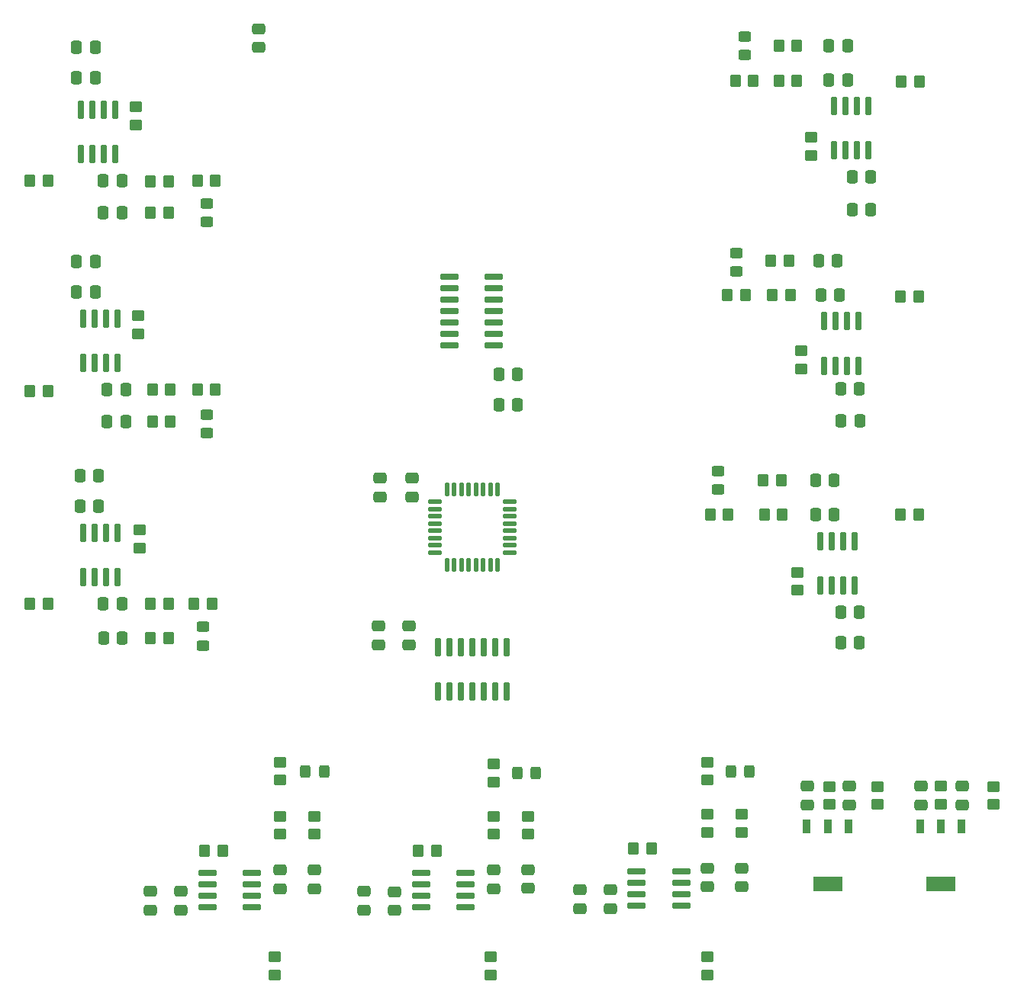
<source format=gbr>
%TF.GenerationSoftware,KiCad,Pcbnew,(6.0.5)*%
%TF.CreationDate,2023-11-04T00:18:56-05:00*%
%TF.ProjectId,ECE395_Digital_Target,45434533-3935-45f4-9469-676974616c5f,rev?*%
%TF.SameCoordinates,Original*%
%TF.FileFunction,Paste,Top*%
%TF.FilePolarity,Positive*%
%FSLAX46Y46*%
G04 Gerber Fmt 4.6, Leading zero omitted, Abs format (unit mm)*
G04 Created by KiCad (PCBNEW (6.0.5)) date 2023-11-04 00:18:56*
%MOMM*%
%LPD*%
G01*
G04 APERTURE LIST*
G04 Aperture macros list*
%AMRoundRect*
0 Rectangle with rounded corners*
0 $1 Rounding radius*
0 $2 $3 $4 $5 $6 $7 $8 $9 X,Y pos of 4 corners*
0 Add a 4 corners polygon primitive as box body*
4,1,4,$2,$3,$4,$5,$6,$7,$8,$9,$2,$3,0*
0 Add four circle primitives for the rounded corners*
1,1,$1+$1,$2,$3*
1,1,$1+$1,$4,$5*
1,1,$1+$1,$6,$7*
1,1,$1+$1,$8,$9*
0 Add four rect primitives between the rounded corners*
20,1,$1+$1,$2,$3,$4,$5,0*
20,1,$1+$1,$4,$5,$6,$7,0*
20,1,$1+$1,$6,$7,$8,$9,0*
20,1,$1+$1,$8,$9,$2,$3,0*%
G04 Aperture macros list end*
%ADD10RoundRect,0.250000X0.337500X0.475000X-0.337500X0.475000X-0.337500X-0.475000X0.337500X-0.475000X0*%
%ADD11RoundRect,0.250000X0.475000X-0.337500X0.475000X0.337500X-0.475000X0.337500X-0.475000X-0.337500X0*%
%ADD12RoundRect,0.250000X-0.450000X0.325000X-0.450000X-0.325000X0.450000X-0.325000X0.450000X0.325000X0*%
%ADD13RoundRect,0.250000X-0.337500X-0.475000X0.337500X-0.475000X0.337500X0.475000X-0.337500X0.475000X0*%
%ADD14RoundRect,0.042000X0.943000X0.258000X-0.943000X0.258000X-0.943000X-0.258000X0.943000X-0.258000X0*%
%ADD15RoundRect,0.042000X-0.258000X0.943000X-0.258000X-0.943000X0.258000X-0.943000X0.258000X0.943000X0*%
%ADD16RoundRect,0.250000X-0.350000X-0.450000X0.350000X-0.450000X0.350000X0.450000X-0.350000X0.450000X0*%
%ADD17RoundRect,0.090000X-0.895000X-0.210000X0.895000X-0.210000X0.895000X0.210000X-0.895000X0.210000X0*%
%ADD18RoundRect,0.250000X0.450000X-0.350000X0.450000X0.350000X-0.450000X0.350000X-0.450000X-0.350000X0*%
%ADD19RoundRect,0.250000X0.350000X0.450000X-0.350000X0.450000X-0.350000X-0.450000X0.350000X-0.450000X0*%
%ADD20RoundRect,0.250000X-0.450000X0.350000X-0.450000X-0.350000X0.450000X-0.350000X0.450000X0.350000X0*%
%ADD21R,0.914400X1.600200*%
%ADD22RoundRect,0.090000X0.210000X-0.895000X0.210000X0.895000X-0.210000X0.895000X-0.210000X-0.895000X0*%
%ADD23RoundRect,0.250000X0.325000X0.450000X-0.325000X0.450000X-0.325000X-0.450000X0.325000X-0.450000X0*%
%ADD24RoundRect,0.125000X0.625000X0.125000X-0.625000X0.125000X-0.625000X-0.125000X0.625000X-0.125000X0*%
%ADD25RoundRect,0.125000X0.125000X0.625000X-0.125000X0.625000X-0.125000X-0.625000X0.125000X-0.625000X0*%
%ADD26RoundRect,0.250000X-0.475000X0.337500X-0.475000X-0.337500X0.475000X-0.337500X0.475000X0.337500X0*%
%ADD27RoundRect,0.250000X0.450000X-0.325000X0.450000X0.325000X-0.450000X0.325000X-0.450000X-0.325000X0*%
%ADD28RoundRect,0.042000X0.258000X-0.943000X0.258000X0.943000X-0.258000X0.943000X-0.258000X-0.943000X0*%
G04 APERTURE END LIST*
%TO.C,CR2*%
G36*
X162000200Y-131200500D02*
G01*
X158799800Y-131200500D01*
X158799800Y-129600300D01*
X162000200Y-129600300D01*
X162000200Y-131200500D01*
G37*
%TO.C,CR1*%
G36*
X149428700Y-131187800D02*
G01*
X146228300Y-131187800D01*
X146228300Y-129587600D01*
X149428700Y-129587600D01*
X149428700Y-131187800D01*
G37*
%TD*%
D10*
%TO.C,C206*%
X151337500Y-103600000D03*
X149262500Y-103600000D03*
%TD*%
D11*
%TO.C,10uF4*%
X162800000Y-121637500D03*
X162800000Y-119562500D03*
%TD*%
D12*
%TO.C,D6*%
X135700000Y-84575000D03*
X135700000Y-86625000D03*
%TD*%
D13*
%TO.C,C234*%
X150037500Y-41100000D03*
X147962500Y-41100000D03*
%TD*%
D10*
%TO.C,C232*%
X69937500Y-75500000D03*
X67862500Y-75500000D03*
%TD*%
D14*
%TO.C,OP9*%
X126630000Y-132805000D03*
X126630000Y-131535000D03*
X126630000Y-130265000D03*
X126630000Y-128995000D03*
X131570000Y-128995000D03*
X131570000Y-130265000D03*
X131570000Y-131535000D03*
X131570000Y-132805000D03*
%TD*%
D15*
%TO.C,OP4*%
X152305000Y-48970000D03*
X151035000Y-48970000D03*
X149765000Y-48970000D03*
X148495000Y-48970000D03*
X148495000Y-44030000D03*
X149765000Y-44030000D03*
X151035000Y-44030000D03*
X152305000Y-44030000D03*
%TD*%
%TO.C,OP6*%
X150805000Y-92330000D03*
X149535000Y-92330000D03*
X148265000Y-92330000D03*
X146995000Y-92330000D03*
X146995000Y-97270000D03*
X148265000Y-97270000D03*
X149535000Y-97270000D03*
X150805000Y-97270000D03*
%TD*%
D13*
%TO.C,C212*%
X64462500Y-64700000D03*
X66537500Y-64700000D03*
%TD*%
D11*
%TO.C,10uF1*%
X145600000Y-121637500D03*
X145600000Y-119562500D03*
%TD*%
D13*
%TO.C,C235*%
X147062500Y-65000000D03*
X149137500Y-65000000D03*
%TD*%
D16*
%TO.C,R4*%
X137600000Y-41200000D03*
X139600000Y-41200000D03*
%TD*%
D11*
%TO.C,C218*%
X99800000Y-133375000D03*
X99800000Y-131300000D03*
%TD*%
D17*
%TO.C,NOT1*%
X105825000Y-62990000D03*
X105825000Y-64260000D03*
X105825000Y-65530000D03*
X105825000Y-66800000D03*
X105825000Y-68070000D03*
X105825000Y-69340000D03*
X105825000Y-70610000D03*
X110775000Y-70610000D03*
X110775000Y-69340000D03*
X110775000Y-68070000D03*
X110775000Y-66800000D03*
X110775000Y-65530000D03*
X110775000Y-64260000D03*
X110775000Y-62990000D03*
%TD*%
D10*
%TO.C,C205*%
X151375000Y-79000000D03*
X149300000Y-79000000D03*
%TD*%
D18*
%TO.C,R22*%
X71300000Y-69300000D03*
X71300000Y-67300000D03*
%TD*%
D19*
%TO.C,R35*%
X157900000Y-65200000D03*
X155900000Y-65200000D03*
%TD*%
%TO.C,R29*%
X126300000Y-126500000D03*
X128300000Y-126500000D03*
%TD*%
D16*
%TO.C,R11*%
X72700000Y-52380000D03*
X74700000Y-52380000D03*
%TD*%
D10*
%TO.C,C215*%
X151337500Y-75400000D03*
X149262500Y-75400000D03*
%TD*%
%TO.C,C204*%
X150562500Y-55500000D03*
X152637500Y-55500000D03*
%TD*%
D16*
%TO.C,R33*%
X59300000Y-99300000D03*
X61300000Y-99300000D03*
%TD*%
D11*
%TO.C,C241*%
X98000000Y-103837500D03*
X98000000Y-101762500D03*
%TD*%
D18*
%TO.C,R21*%
X71100000Y-46100000D03*
X71100000Y-44100000D03*
%TD*%
D20*
%TO.C,R24*%
X146000000Y-49500000D03*
X146000000Y-47500000D03*
%TD*%
D16*
%TO.C,R5*%
X136700000Y-65000000D03*
X138700000Y-65000000D03*
%TD*%
D20*
%TO.C,R25*%
X144900000Y-71200000D03*
X144900000Y-73200000D03*
%TD*%
D13*
%TO.C,C203*%
X64862500Y-85100000D03*
X66937500Y-85100000D03*
%TD*%
D16*
%TO.C,R13*%
X72700000Y-99300000D03*
X74700000Y-99300000D03*
%TD*%
D14*
%TO.C,OP8*%
X102730000Y-133005000D03*
X102730000Y-131735000D03*
X102730000Y-130465000D03*
X102730000Y-129195000D03*
X107670000Y-129195000D03*
X107670000Y-130465000D03*
X107670000Y-131735000D03*
X107670000Y-133005000D03*
%TD*%
D21*
%TO.C,CR2*%
X162700000Y-123999600D03*
X160400000Y-123999600D03*
X158100000Y-123999600D03*
%TD*%
D13*
%TO.C,C225*%
X146825000Y-61200000D03*
X148900000Y-61200000D03*
%TD*%
D10*
%TO.C,C214*%
X150562500Y-51900000D03*
X152637500Y-51900000D03*
%TD*%
%TO.C,C233*%
X69537500Y-99300000D03*
X67462500Y-99300000D03*
%TD*%
D18*
%TO.C,R101*%
X160400000Y-121550000D03*
X160400000Y-119550000D03*
%TD*%
D11*
%TO.C,C217*%
X76100000Y-131262500D03*
X76100000Y-133337500D03*
%TD*%
%TO.C,C208*%
X96400000Y-133337500D03*
X96400000Y-131262500D03*
%TD*%
D13*
%TO.C,C211*%
X64462500Y-40900000D03*
X66537500Y-40900000D03*
%TD*%
D18*
%TO.C,R9*%
X134500000Y-116900000D03*
X134500000Y-118900000D03*
%TD*%
D13*
%TO.C,C224*%
X150037500Y-37300000D03*
X147962500Y-37300000D03*
%TD*%
D18*
%TO.C,R49*%
X138300000Y-122700000D03*
X138300000Y-124700000D03*
%TD*%
D13*
%TO.C,C202*%
X64462500Y-61300000D03*
X66537500Y-61300000D03*
%TD*%
D21*
%TO.C,CR1*%
X150128500Y-123986900D03*
X147828500Y-123986900D03*
X145528500Y-123986900D03*
%TD*%
D13*
%TO.C,C236*%
X146462500Y-89400000D03*
X148537500Y-89400000D03*
%TD*%
D11*
%TO.C,C207*%
X72700000Y-131262500D03*
X72700000Y-133337500D03*
%TD*%
D16*
%TO.C,R42*%
X72900000Y-79100000D03*
X74900000Y-79100000D03*
%TD*%
D18*
%TO.C,R18*%
X110800000Y-124900000D03*
X110800000Y-122900000D03*
%TD*%
D11*
%TO.C,C300*%
X84700000Y-37537500D03*
X84700000Y-35462500D03*
%TD*%
D19*
%TO.C,R27*%
X78700000Y-126700000D03*
X80700000Y-126700000D03*
%TD*%
D12*
%TO.C,D5*%
X137700000Y-60375000D03*
X137700000Y-62425000D03*
%TD*%
D10*
%TO.C,C223*%
X69575000Y-103100000D03*
X67500000Y-103100000D03*
%TD*%
D22*
%TO.C,NOT2*%
X104590000Y-109075000D03*
X105860000Y-109075000D03*
X107130000Y-109075000D03*
X108400000Y-109075000D03*
X109670000Y-109075000D03*
X110940000Y-109075000D03*
X112210000Y-109075000D03*
X112210000Y-104125000D03*
X110940000Y-104125000D03*
X109670000Y-104125000D03*
X108400000Y-104125000D03*
X107130000Y-104125000D03*
X105860000Y-104125000D03*
X104590000Y-104125000D03*
%TD*%
D10*
%TO.C,C216*%
X151337500Y-100200000D03*
X149262500Y-100200000D03*
%TD*%
D16*
%TO.C,R6*%
X136800000Y-89400000D03*
X134800000Y-89400000D03*
%TD*%
D13*
%TO.C,C213*%
X64862500Y-88500000D03*
X66937500Y-88500000D03*
%TD*%
%TO.C,C226*%
X146462500Y-85600000D03*
X148537500Y-85600000D03*
%TD*%
D10*
%TO.C,C221*%
X69537500Y-55900000D03*
X67462500Y-55900000D03*
%TD*%
D19*
%TO.C,R46*%
X142700000Y-85600000D03*
X140700000Y-85600000D03*
%TD*%
D18*
%TO.C,R7*%
X87100000Y-116900000D03*
X87100000Y-118900000D03*
%TD*%
D12*
%TO.C,D4*%
X138600000Y-38325000D03*
X138600000Y-36275000D03*
%TD*%
D14*
%TO.C,OP7*%
X79030000Y-133005000D03*
X79030000Y-131735000D03*
X79030000Y-130465000D03*
X79030000Y-129195000D03*
X83970000Y-129195000D03*
X83970000Y-130465000D03*
X83970000Y-131735000D03*
X83970000Y-133005000D03*
%TD*%
D16*
%TO.C,R43*%
X72700000Y-103100000D03*
X74700000Y-103100000D03*
%TD*%
%TO.C,R14*%
X142400000Y-41200000D03*
X144400000Y-41200000D03*
%TD*%
D23*
%TO.C,D7*%
X89900000Y-117900000D03*
X91950000Y-117900000D03*
%TD*%
D16*
%TO.C,R31*%
X59300000Y-52300000D03*
X61300000Y-52300000D03*
%TD*%
D18*
%TO.C,R48*%
X114600000Y-124900000D03*
X114600000Y-122900000D03*
%TD*%
D24*
%TO.C,U1*%
X112575000Y-93600000D03*
X112575000Y-92800000D03*
X112575000Y-92000000D03*
X112575000Y-91200000D03*
X112575000Y-90400000D03*
X112575000Y-89600000D03*
X112575000Y-88800000D03*
X112575000Y-88000000D03*
D25*
X111200000Y-86625000D03*
X110400000Y-86625000D03*
X109600000Y-86625000D03*
X108800000Y-86625000D03*
X108000000Y-86625000D03*
X107200000Y-86625000D03*
X106400000Y-86625000D03*
X105600000Y-86625000D03*
D24*
X104225000Y-88000000D03*
X104225000Y-88800000D03*
X104225000Y-89600000D03*
X104225000Y-90400000D03*
X104225000Y-91200000D03*
X104225000Y-92000000D03*
X104225000Y-92800000D03*
X104225000Y-93600000D03*
D25*
X105600000Y-94975000D03*
X106400000Y-94975000D03*
X107200000Y-94975000D03*
X108000000Y-94975000D03*
X108800000Y-94975000D03*
X109600000Y-94975000D03*
X110400000Y-94975000D03*
X111200000Y-94975000D03*
%TD*%
D26*
%TO.C,C229*%
X138300000Y-130737500D03*
X138300000Y-128662500D03*
%TD*%
D13*
%TO.C,C250*%
X111325000Y-77200000D03*
X113400000Y-77200000D03*
%TD*%
D11*
%TO.C,C219*%
X123700000Y-131062500D03*
X123700000Y-133137500D03*
%TD*%
D18*
%TO.C,R39*%
X134500000Y-138500000D03*
X134500000Y-140500000D03*
%TD*%
D16*
%TO.C,R16*%
X142800000Y-89400000D03*
X140800000Y-89400000D03*
%TD*%
D13*
%TO.C,C201*%
X64462500Y-37500000D03*
X66537500Y-37500000D03*
%TD*%
D26*
%TO.C,C242*%
X98200000Y-85362500D03*
X98200000Y-87437500D03*
%TD*%
%TO.C,C237*%
X87100000Y-130937500D03*
X87100000Y-128862500D03*
%TD*%
D23*
%TO.C,D9*%
X137075000Y-117900000D03*
X139125000Y-117900000D03*
%TD*%
D16*
%TO.C,R12*%
X72900000Y-75500000D03*
X74900000Y-75500000D03*
%TD*%
%TO.C,R2*%
X77900000Y-75500000D03*
X79900000Y-75500000D03*
%TD*%
D11*
%TO.C,10uF2*%
X158200000Y-121637500D03*
X158200000Y-119562500D03*
%TD*%
D18*
%TO.C,R23*%
X71500000Y-93100000D03*
X71500000Y-91100000D03*
%TD*%
D16*
%TO.C,R1*%
X77900000Y-52300000D03*
X79900000Y-52300000D03*
%TD*%
D18*
%TO.C,R17*%
X87100000Y-122900000D03*
X87100000Y-124900000D03*
%TD*%
D16*
%TO.C,R41*%
X72700000Y-55900000D03*
X74700000Y-55900000D03*
%TD*%
D27*
%TO.C,D2*%
X78900000Y-80325000D03*
X78900000Y-78275000D03*
%TD*%
D26*
%TO.C,C238*%
X110800000Y-128862500D03*
X110800000Y-130937500D03*
%TD*%
D11*
%TO.C,C251*%
X101400000Y-103837500D03*
X101400000Y-101762500D03*
%TD*%
D16*
%TO.C,R3*%
X77500000Y-99300000D03*
X79500000Y-99300000D03*
%TD*%
D10*
%TO.C,C222*%
X69937500Y-79100000D03*
X67862500Y-79100000D03*
%TD*%
D11*
%TO.C,10uF3*%
X150200000Y-121637500D03*
X150200000Y-119562500D03*
%TD*%
D18*
%TO.C,R47*%
X90900000Y-122900000D03*
X90900000Y-124900000D03*
%TD*%
D19*
%TO.C,R44*%
X142400000Y-37300000D03*
X144400000Y-37300000D03*
%TD*%
D28*
%TO.C,OP2*%
X65195000Y-72570000D03*
X66465000Y-72570000D03*
X67735000Y-72570000D03*
X69005000Y-72570000D03*
X69005000Y-67630000D03*
X67735000Y-67630000D03*
X66465000Y-67630000D03*
X65195000Y-67630000D03*
%TD*%
D16*
%TO.C,R32*%
X59300000Y-75700000D03*
X61300000Y-75700000D03*
%TD*%
D26*
%TO.C,C239*%
X134500000Y-130737500D03*
X134500000Y-128662500D03*
%TD*%
D18*
%TO.C,R37*%
X86500000Y-138500000D03*
X86500000Y-140500000D03*
%TD*%
D11*
%TO.C,C209*%
X120300000Y-131062500D03*
X120300000Y-133137500D03*
%TD*%
D26*
%TO.C,C228*%
X114600000Y-128825000D03*
X114600000Y-130900000D03*
%TD*%
D18*
%TO.C,R19*%
X134500000Y-122700000D03*
X134500000Y-124700000D03*
%TD*%
D26*
%TO.C,C252*%
X101725000Y-85362500D03*
X101725000Y-87437500D03*
%TD*%
%TO.C,C227*%
X90900000Y-130937500D03*
X90900000Y-128862500D03*
%TD*%
D18*
%TO.C,R8*%
X110800000Y-119100000D03*
X110800000Y-117100000D03*
%TD*%
D16*
%TO.C,R15*%
X141700000Y-65000000D03*
X143700000Y-65000000D03*
%TD*%
D23*
%TO.C,D8*%
X115425000Y-118100000D03*
X113375000Y-118100000D03*
%TD*%
D18*
%TO.C,R100*%
X148000000Y-121600000D03*
X148000000Y-119600000D03*
%TD*%
D27*
%TO.C,D3*%
X78500000Y-103925000D03*
X78500000Y-101875000D03*
%TD*%
D28*
%TO.C,OP1*%
X64995000Y-49370000D03*
X66265000Y-49370000D03*
X67535000Y-49370000D03*
X68805000Y-49370000D03*
X68805000Y-44430000D03*
X67535000Y-44430000D03*
X66265000Y-44430000D03*
X64995000Y-44430000D03*
%TD*%
D19*
%TO.C,R36*%
X157900000Y-89400000D03*
X155900000Y-89400000D03*
%TD*%
D10*
%TO.C,C231*%
X69537500Y-52300000D03*
X67462500Y-52300000D03*
%TD*%
D19*
%TO.C,R28*%
X104400000Y-126700000D03*
X102400000Y-126700000D03*
%TD*%
D20*
%TO.C,R26*%
X144500000Y-95800000D03*
X144500000Y-97800000D03*
%TD*%
D13*
%TO.C,C240*%
X111325000Y-73800000D03*
X113400000Y-73800000D03*
%TD*%
D15*
%TO.C,OP5*%
X151205000Y-67930000D03*
X149935000Y-67930000D03*
X148665000Y-67930000D03*
X147395000Y-67930000D03*
X147395000Y-72870000D03*
X148665000Y-72870000D03*
X149935000Y-72870000D03*
X151205000Y-72870000D03*
%TD*%
D18*
%TO.C,R38*%
X110400000Y-140500000D03*
X110400000Y-138500000D03*
%TD*%
D19*
%TO.C,R45*%
X143500000Y-61200000D03*
X141500000Y-61200000D03*
%TD*%
D27*
%TO.C,D1*%
X78900000Y-56925000D03*
X78900000Y-54875000D03*
%TD*%
D18*
%TO.C,R103*%
X166200000Y-121600000D03*
X166200000Y-119600000D03*
%TD*%
%TO.C,R102*%
X153400000Y-121600000D03*
X153400000Y-119600000D03*
%TD*%
D19*
%TO.C,R34*%
X156000000Y-41300000D03*
X158000000Y-41300000D03*
%TD*%
D28*
%TO.C,OP3*%
X65195000Y-96370000D03*
X66465000Y-96370000D03*
X67735000Y-96370000D03*
X69005000Y-96370000D03*
X69005000Y-91430000D03*
X67735000Y-91430000D03*
X66465000Y-91430000D03*
X65195000Y-91430000D03*
%TD*%
M02*

</source>
